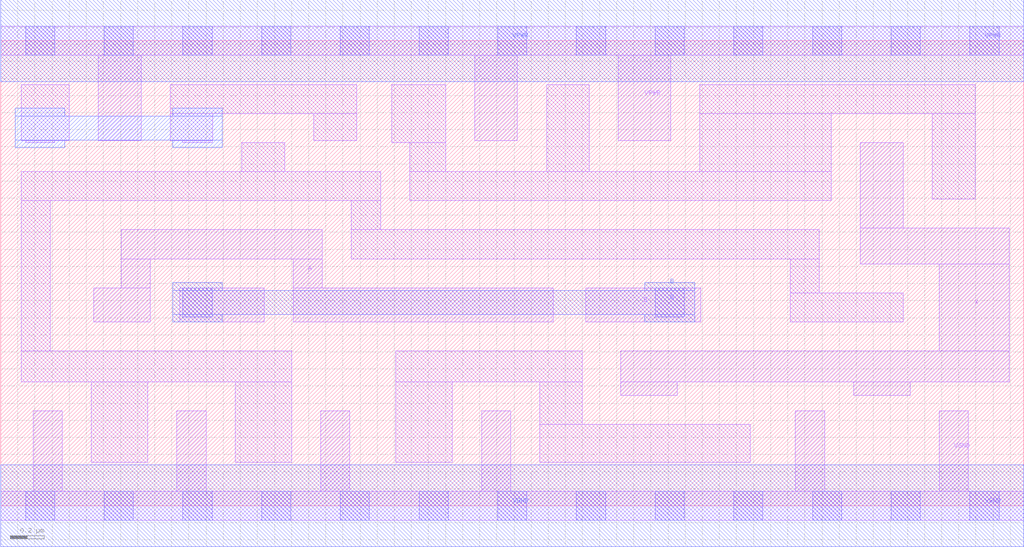
<source format=lef>
# Copyright 2020 The SkyWater PDK Authors
#
# Licensed under the Apache License, Version 2.0 (the "License");
# you may not use this file except in compliance with the License.
# You may obtain a copy of the License at
#
#     https://www.apache.org/licenses/LICENSE-2.0
#
# Unless required by applicable law or agreed to in writing, software
# distributed under the License is distributed on an "AS IS" BASIS,
# WITHOUT WARRANTIES OR CONDITIONS OF ANY KIND, either express or implied.
# See the License for the specific language governing permissions and
# limitations under the License.
#
# SPDX-License-Identifier: Apache-2.0

VERSION 5.7 ;
  NAMESCASESENSITIVE ON ;
  NOWIREEXTENSIONATPIN ON ;
  DIVIDERCHAR "/" ;
  BUSBITCHARS "[]" ;
UNITS
  DATABASE MICRONS 200 ;
END UNITS
MACRO sky130_fd_sc_hd__xor2_2
  CLASS CORE ;
  SOURCE USER ;
  FOREIGN sky130_fd_sc_hd__xor2_2 ;
  ORIGIN  0.000000  0.000000 ;
  SIZE  5.980000 BY  2.720000 ;
  SYMMETRY X Y R90 ;
  SITE unithd ;
  PIN A
    ANTENNAGATEAREA  0.990000 ;
    DIRECTION INPUT ;
    USE SIGNAL ;
    PORT
      LAYER li1 ;
        RECT 0.545000 1.075000 0.875000 1.275000 ;
        RECT 0.705000 1.275000 0.875000 1.445000 ;
        RECT 0.705000 1.445000 1.880000 1.615000 ;
        RECT 1.710000 1.075000 3.230000 1.275000 ;
        RECT 1.710000 1.275000 1.880000 1.445000 ;
    END
  END A
  PIN B
    ANTENNAGATEAREA  0.990000 ;
    DIRECTION INPUT ;
    USE SIGNAL ;
    PORT
      LAYER li1 ;
        RECT 1.045000 1.075000 1.540000 1.275000 ;
        RECT 3.420000 1.075000 4.090000 1.275000 ;
      LAYER mcon ;
        RECT 1.065000 1.105000 1.235000 1.275000 ;
        RECT 3.825000 1.105000 3.995000 1.275000 ;
      LAYER met1 ;
        RECT 1.005000 1.075000 1.295000 1.120000 ;
        RECT 1.005000 1.120000 4.055000 1.260000 ;
        RECT 1.005000 1.260000 1.295000 1.305000 ;
        RECT 3.765000 1.075000 4.055000 1.120000 ;
        RECT 3.765000 1.260000 4.055000 1.305000 ;
    END
  END B
  PIN X
    ANTENNADIFFAREA  0.656750 ;
    DIRECTION OUTPUT ;
    USE SIGNAL ;
    PORT
      LAYER li1 ;
        RECT 3.625000 0.645000 3.955000 0.725000 ;
        RECT 3.625000 0.725000 5.895000 0.905000 ;
        RECT 4.985000 0.645000 5.315000 0.725000 ;
        RECT 5.025000 1.415000 5.895000 1.625000 ;
        RECT 5.025000 1.625000 5.275000 2.125000 ;
        RECT 5.485000 0.905000 5.895000 1.415000 ;
    END
  END X
  PIN VGND
    DIRECTION INOUT ;
    SHAPE ABUTMENT ;
    USE GROUND ;
    PORT
      LAYER li1 ;
        RECT 0.000000 -0.085000 5.980000 0.085000 ;
        RECT 0.190000  0.085000 0.360000 0.555000 ;
        RECT 1.030000  0.085000 1.200000 0.555000 ;
        RECT 1.870000  0.085000 2.040000 0.555000 ;
        RECT 2.810000  0.085000 2.980000 0.555000 ;
        RECT 4.645000  0.085000 4.815000 0.555000 ;
        RECT 5.485000  0.085000 5.655000 0.555000 ;
      LAYER mcon ;
        RECT 0.145000 -0.085000 0.315000 0.085000 ;
        RECT 0.605000 -0.085000 0.775000 0.085000 ;
        RECT 1.065000 -0.085000 1.235000 0.085000 ;
        RECT 1.525000 -0.085000 1.695000 0.085000 ;
        RECT 1.985000 -0.085000 2.155000 0.085000 ;
        RECT 2.445000 -0.085000 2.615000 0.085000 ;
        RECT 2.905000 -0.085000 3.075000 0.085000 ;
        RECT 3.365000 -0.085000 3.535000 0.085000 ;
        RECT 3.825000 -0.085000 3.995000 0.085000 ;
        RECT 4.285000 -0.085000 4.455000 0.085000 ;
        RECT 4.745000 -0.085000 4.915000 0.085000 ;
        RECT 5.205000 -0.085000 5.375000 0.085000 ;
        RECT 5.665000 -0.085000 5.835000 0.085000 ;
      LAYER met1 ;
        RECT 0.000000 -0.240000 5.980000 0.240000 ;
    END
  END VGND
  PIN VPWR
    DIRECTION INOUT ;
    SHAPE ABUTMENT ;
    USE POWER ;
    PORT
      LAYER li1 ;
        RECT 0.000000 2.635000 5.980000 2.805000 ;
        RECT 0.570000 2.135000 0.820000 2.635000 ;
        RECT 2.770000 2.135000 3.020000 2.635000 ;
        RECT 3.610000 2.135000 3.915000 2.635000 ;
      LAYER mcon ;
        RECT 0.145000 2.635000 0.315000 2.805000 ;
        RECT 0.605000 2.635000 0.775000 2.805000 ;
        RECT 1.065000 2.635000 1.235000 2.805000 ;
        RECT 1.525000 2.635000 1.695000 2.805000 ;
        RECT 1.985000 2.635000 2.155000 2.805000 ;
        RECT 2.445000 2.635000 2.615000 2.805000 ;
        RECT 2.905000 2.635000 3.075000 2.805000 ;
        RECT 3.365000 2.635000 3.535000 2.805000 ;
        RECT 3.825000 2.635000 3.995000 2.805000 ;
        RECT 4.285000 2.635000 4.455000 2.805000 ;
        RECT 4.745000 2.635000 4.915000 2.805000 ;
        RECT 5.205000 2.635000 5.375000 2.805000 ;
        RECT 5.665000 2.635000 5.835000 2.805000 ;
      LAYER met1 ;
        RECT 0.000000 2.480000 5.980000 2.960000 ;
    END
  END VPWR
  OBS
    LAYER li1 ;
      RECT 0.120000 0.725000 1.700000 0.905000 ;
      RECT 0.120000 0.905000 0.290000 1.785000 ;
      RECT 0.120000 1.785000 2.220000 1.955000 ;
      RECT 0.120000 2.135000 0.400000 2.465000 ;
      RECT 0.145000 2.125000 0.315000 2.135000 ;
      RECT 0.530000 0.255000 0.860000 0.725000 ;
      RECT 0.990000 2.135000 1.240000 2.295000 ;
      RECT 0.990000 2.295000 2.080000 2.465000 ;
      RECT 1.065000 2.125000 1.235000 2.135000 ;
      RECT 1.370000 0.255000 1.700000 0.725000 ;
      RECT 1.410000 1.955000 1.660000 2.125000 ;
      RECT 1.830000 2.135000 2.080000 2.295000 ;
      RECT 2.050000 1.445000 4.785000 1.615000 ;
      RECT 2.050000 1.615000 2.220000 1.785000 ;
      RECT 2.285000 2.125000 2.600000 2.465000 ;
      RECT 2.310000 0.255000 2.640000 0.725000 ;
      RECT 2.310000 0.725000 3.400000 0.905000 ;
      RECT 2.390000 1.785000 4.855000 1.955000 ;
      RECT 2.390000 1.955000 2.600000 2.125000 ;
      RECT 3.150000 0.255000 4.380000 0.475000 ;
      RECT 3.150000 0.475000 3.400000 0.725000 ;
      RECT 3.190000 1.955000 3.440000 2.465000 ;
      RECT 4.085000 1.955000 4.855000 2.295000 ;
      RECT 4.085000 2.295000 5.695000 2.465000 ;
      RECT 4.615000 1.075000 5.275000 1.245000 ;
      RECT 4.615000 1.245000 4.785000 1.445000 ;
      RECT 5.445000 1.795000 5.695000 2.295000 ;
    LAYER met1 ;
      RECT 0.085000 2.095000 0.375000 2.140000 ;
      RECT 0.085000 2.140000 1.295000 2.280000 ;
      RECT 0.085000 2.280000 0.375000 2.325000 ;
      RECT 1.005000 2.095000 1.295000 2.140000 ;
      RECT 1.005000 2.280000 1.295000 2.325000 ;
  END
END sky130_fd_sc_hd__xor2_2

</source>
